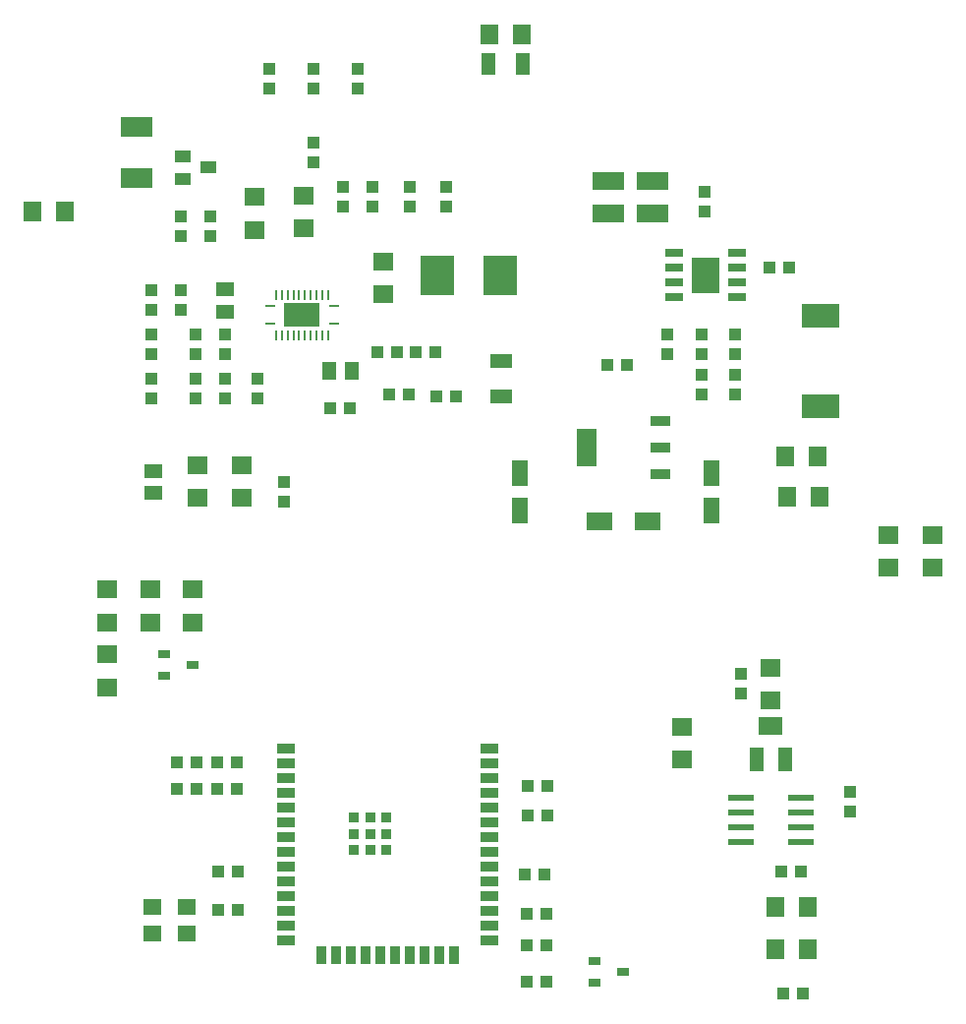
<source format=gbr>
G04 EAGLE Gerber RS-274X export*
G75*
%MOMM*%
%FSLAX34Y34*%
%LPD*%
%INSolderpaste Top*%
%IPPOS*%
%AMOC8*
5,1,8,0,0,1.08239X$1,22.5*%
G01*
%ADD10R,2.200000X0.600000*%
%ADD11R,1.500000X0.900000*%
%ADD12R,0.900000X1.500000*%
%ADD13R,0.900000X0.900000*%
%ADD14R,1.000000X1.100000*%
%ADD15R,1.100000X1.000000*%
%ADD16R,0.850000X0.280000*%
%ADD17R,0.280000X0.850000*%
%ADD18R,3.100000X2.050000*%
%ADD19R,2.700000X1.800000*%
%ADD20R,1.803000X1.600000*%
%ADD21R,1.800000X1.600000*%
%ADD22R,1.600000X1.800000*%
%ADD23R,1.400000X1.000000*%
%ADD24R,1.500000X1.300000*%
%ADD25R,2.950000X3.500000*%
%ADD26R,1.300000X1.500000*%
%ADD27R,1.600000X1.803000*%
%ADD28R,1.600000X1.400000*%
%ADD29R,2.700000X1.600000*%
%ADD30R,1.750000X0.950000*%
%ADD31R,1.750000X3.200000*%
%ADD32R,2.200000X1.550000*%
%ADD33R,1.400000X2.200000*%
%ADD34R,1.000000X0.700000*%
%ADD35R,1.850000X1.200000*%
%ADD36R,1.200000X1.850000*%
%ADD37R,1.525000X0.650000*%
%ADD38R,2.400000X3.100000*%
%ADD39R,3.200000X2.000000*%
%ADD40R,1.300000X2.000000*%
%ADD41R,2.000000X1.600000*%


D10*
X634400Y283210D03*
X686400Y283210D03*
X634400Y295910D03*
X634400Y270510D03*
X634400Y257810D03*
X686400Y295910D03*
X686400Y270510D03*
X686400Y257810D03*
D11*
X242700Y338100D03*
X242700Y325400D03*
X242700Y312700D03*
X242700Y300000D03*
X242700Y287300D03*
X242700Y274600D03*
X242700Y261900D03*
X242700Y249200D03*
X242700Y236500D03*
X242700Y223800D03*
X242700Y211100D03*
X242700Y198400D03*
X242700Y185700D03*
X242700Y173000D03*
D12*
X273050Y160500D03*
X285750Y160500D03*
X298450Y160500D03*
X311150Y160500D03*
X323850Y160500D03*
X336550Y160500D03*
X349250Y160500D03*
X361950Y160500D03*
X374650Y160500D03*
X387350Y160500D03*
D11*
X417700Y173000D03*
X417700Y185700D03*
X417700Y198400D03*
X417700Y211100D03*
X417700Y223800D03*
X417700Y236500D03*
X417700Y249200D03*
X417700Y261900D03*
X417700Y274600D03*
X417700Y287300D03*
X417700Y300000D03*
X417700Y312700D03*
X417700Y325400D03*
X417700Y338100D03*
D13*
X315200Y264700D03*
X301200Y264700D03*
X329200Y264700D03*
X301200Y250700D03*
X315200Y250700D03*
X329200Y250700D03*
X329200Y278700D03*
X315200Y278700D03*
X301200Y278700D03*
D14*
X449970Y195580D03*
X466970Y195580D03*
X183270Y303530D03*
X200270Y303530D03*
D15*
X449970Y168910D03*
X466970Y168910D03*
X165980Y303530D03*
X148980Y303530D03*
X183270Y326390D03*
X200270Y326390D03*
X148980Y326390D03*
X165980Y326390D03*
D16*
X283790Y718700D03*
D17*
X279040Y728450D03*
X274040Y728450D03*
X269040Y728450D03*
X264040Y728450D03*
X259040Y728450D03*
X254040Y728450D03*
X249040Y728450D03*
X244040Y728450D03*
X239040Y728450D03*
X234040Y728450D03*
D16*
X229290Y718700D03*
X229290Y703700D03*
D17*
X234040Y693950D03*
X239040Y693950D03*
X244040Y693950D03*
X249040Y693950D03*
X254040Y693950D03*
X259040Y693950D03*
X264040Y693950D03*
X269040Y693950D03*
X274040Y693950D03*
X279040Y693950D03*
D16*
X283790Y703700D03*
D18*
X256540Y711200D03*
D19*
X114300Y828900D03*
X114300Y872900D03*
D20*
X215900Y784610D03*
X215900Y813050D03*
D21*
X257810Y786100D03*
X257810Y814100D03*
D22*
X52100Y800100D03*
X24100Y800100D03*
D23*
X176100Y838200D03*
X154100Y828700D03*
X154100Y847700D03*
D15*
X152400Y778900D03*
X152400Y795900D03*
X177800Y795900D03*
X177800Y778900D03*
X304800Y905900D03*
X304800Y922900D03*
X266700Y842400D03*
X266700Y859400D03*
D14*
X266700Y922900D03*
X266700Y905900D03*
D15*
X228600Y905900D03*
X228600Y922900D03*
D14*
X317500Y804300D03*
X317500Y821300D03*
X292100Y821300D03*
X292100Y804300D03*
D21*
X326390Y756950D03*
X326390Y728950D03*
D15*
X381000Y821300D03*
X381000Y804300D03*
D14*
X372500Y641350D03*
X389500Y641350D03*
D15*
X348860Y642620D03*
X331860Y642620D03*
X281060Y631190D03*
X298060Y631190D03*
D21*
X204470Y581690D03*
X204470Y553690D03*
X166370Y581690D03*
X166370Y553690D03*
D24*
X128270Y577190D03*
X128270Y558190D03*
D25*
X372800Y745490D03*
X427300Y745490D03*
D15*
X371720Y679450D03*
X354720Y679450D03*
D14*
X321700Y679450D03*
X338700Y679450D03*
D22*
X445800Y952500D03*
X417800Y952500D03*
D24*
X190500Y733400D03*
X190500Y714400D03*
D15*
X165100Y677300D03*
X165100Y694300D03*
X190500Y677300D03*
X190500Y694300D03*
X190500Y656200D03*
X190500Y639200D03*
X218440Y639200D03*
X218440Y656200D03*
X165100Y639200D03*
X165100Y656200D03*
D26*
X280060Y662940D03*
X299060Y662940D03*
D14*
X127000Y656200D03*
X127000Y639200D03*
D15*
X127000Y694300D03*
X127000Y677300D03*
X127000Y732400D03*
X127000Y715400D03*
X152400Y715400D03*
X152400Y732400D03*
D14*
X728980Y283600D03*
X728980Y300600D03*
D20*
X162560Y446790D03*
X162560Y475230D03*
D27*
X692400Y201930D03*
X663960Y201930D03*
X663960Y165100D03*
X692400Y165100D03*
D15*
X670950Y127000D03*
X687950Y127000D03*
X686680Y232410D03*
X669680Y232410D03*
D20*
X660400Y407920D03*
X660400Y379480D03*
D14*
X184540Y232410D03*
X201540Y232410D03*
X184540Y199390D03*
X201540Y199390D03*
D28*
X157240Y201930D03*
X127240Y201930D03*
X157240Y179070D03*
X127240Y179070D03*
D14*
X466970Y137160D03*
X449970Y137160D03*
X448700Y229870D03*
X465700Y229870D03*
X451240Y306070D03*
X468240Y306070D03*
X451240Y280670D03*
X468240Y280670D03*
D29*
X520700Y826800D03*
X520700Y798800D03*
D14*
X603250Y800490D03*
X603250Y817490D03*
X536820Y668020D03*
X519820Y668020D03*
D30*
X564900Y573900D03*
X564900Y596900D03*
X564900Y619900D03*
D31*
X501900Y596900D03*
D32*
X553900Y533400D03*
X512900Y533400D03*
D33*
X609600Y574800D03*
X609600Y542800D03*
X444500Y574800D03*
X444500Y542800D03*
D20*
X800100Y522220D03*
X800100Y493780D03*
D34*
X137860Y419710D03*
X137860Y400710D03*
X161860Y410210D03*
X508700Y155550D03*
X508700Y136550D03*
X532700Y146050D03*
D20*
X584200Y357120D03*
X584200Y328680D03*
D15*
X241300Y567300D03*
X241300Y550300D03*
X349250Y821300D03*
X349250Y804300D03*
D35*
X427990Y671590D03*
X427990Y641590D03*
D20*
X88900Y475230D03*
X88900Y446790D03*
X125730Y446790D03*
X125730Y475230D03*
X762000Y493780D03*
X762000Y522220D03*
X88900Y390910D03*
X88900Y419350D03*
D36*
X416800Y927100D03*
X446800Y927100D03*
D37*
X577400Y764540D03*
X577400Y751840D03*
X577400Y739140D03*
X577400Y726440D03*
X631640Y726440D03*
X631640Y739140D03*
X631640Y751840D03*
X631640Y764540D03*
D38*
X604520Y745490D03*
D29*
X558800Y826800D03*
X558800Y798800D03*
D15*
X659520Y751840D03*
X676520Y751840D03*
X629920Y677300D03*
X629920Y694300D03*
X571500Y694300D03*
X571500Y677300D03*
D14*
X600710Y694300D03*
X600710Y677300D03*
X629920Y660010D03*
X629920Y643010D03*
X600710Y660010D03*
X600710Y643010D03*
D22*
X701070Y589280D03*
X673070Y589280D03*
X702340Y554990D03*
X674340Y554990D03*
D39*
X703580Y710830D03*
X703580Y632830D03*
D40*
X647900Y328400D03*
D41*
X660400Y357400D03*
D40*
X672900Y328400D03*
D14*
X635000Y402200D03*
X635000Y385200D03*
M02*

</source>
